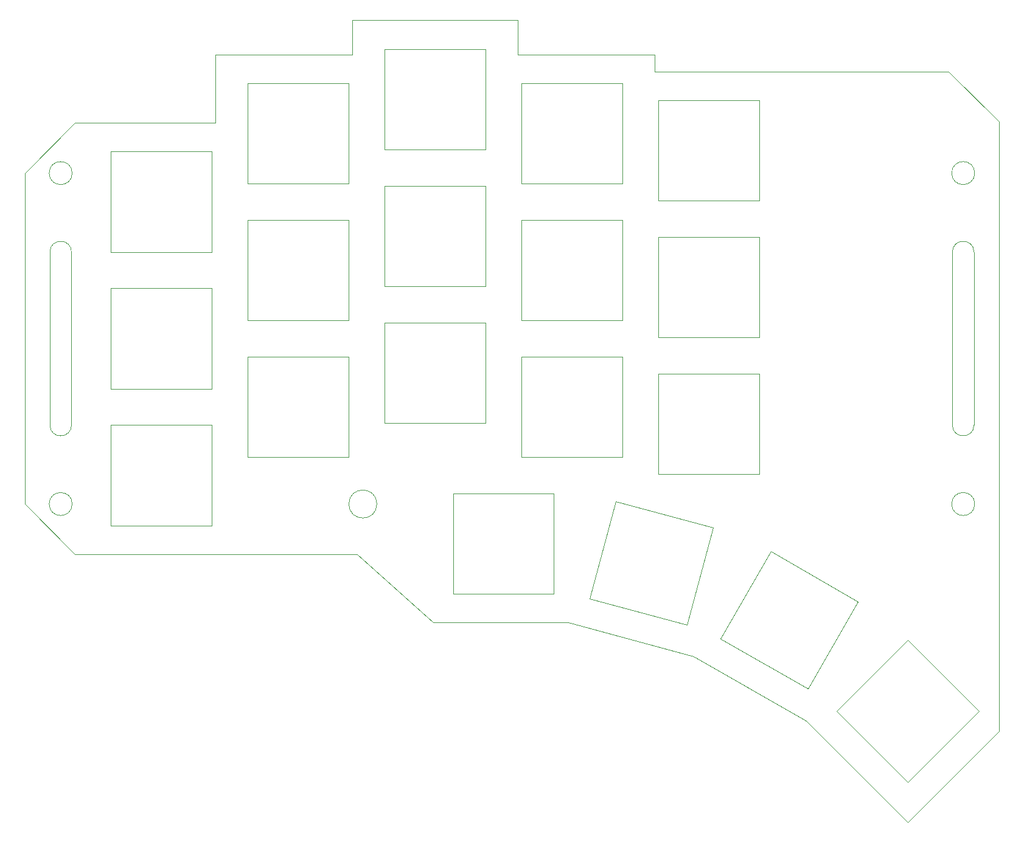
<source format=gbr>
%TF.GenerationSoftware,KiCad,Pcbnew,(5.99.0-10697-g71f40bd67c)*%
%TF.CreationDate,2021-06-16T08:39:26+02:00*%
%TF.ProjectId,switchplate,73776974-6368-4706-9c61-74652e6b6963,rev?*%
%TF.SameCoordinates,Original*%
%TF.FileFunction,Profile,NP*%
%FSLAX46Y46*%
G04 Gerber Fmt 4.6, Leading zero omitted, Abs format (unit mm)*
G04 Created by KiCad (PCBNEW (5.99.0-10697-g71f40bd67c)) date 2021-06-16 08:39:26*
%MOMM*%
%LPD*%
G01*
G04 APERTURE LIST*
%TA.AperFunction,Profile*%
%ADD10C,0.100000*%
%TD*%
G04 APERTURE END LIST*
D10*
X201040827Y-73287500D02*
X201040827Y-97388300D01*
X204040827Y-73287500D02*
X204040827Y-97388300D01*
X75450700Y-73287500D02*
X75450700Y-97388300D01*
X78450699Y-73287500D02*
X78450699Y-97388300D01*
X71950700Y-108387500D02*
X78950699Y-115387500D01*
X78950699Y-55288300D02*
X71950700Y-62288300D01*
X71950700Y-62288300D02*
X71950700Y-108387500D01*
X207540827Y-55144500D02*
X200540827Y-48144500D01*
X207540827Y-140034858D02*
X207540827Y-55144500D01*
X207540827Y-140034858D02*
X194813333Y-152762569D01*
X194813333Y-152762569D02*
X180654641Y-138604121D01*
X180654641Y-138604121D02*
X165025464Y-129581636D01*
X165025464Y-129581636D02*
X147604108Y-124912700D01*
X147604108Y-124912700D02*
X128807804Y-124912700D01*
X118232104Y-115387500D02*
X128807804Y-124912700D01*
X78950699Y-115387500D02*
X118232104Y-115387500D01*
X98475350Y-55288300D02*
X78950699Y-55288300D01*
X98475350Y-55288300D02*
X98475350Y-45763200D01*
X98475350Y-45763200D02*
X117525350Y-45763200D01*
X117525350Y-45763200D02*
X117525350Y-41001200D01*
X117525350Y-41001200D02*
X140575350Y-41001200D01*
X122050700Y-59000000D02*
X122050700Y-45001200D01*
X136050000Y-59000000D02*
X122050700Y-59000000D01*
X136050000Y-45001200D02*
X136050000Y-59000000D01*
X122050700Y-45001200D02*
X136050000Y-45001200D01*
X103000700Y-63762500D02*
X103000700Y-49763200D01*
X117000000Y-63762500D02*
X103000700Y-63762500D01*
X117000000Y-49763200D02*
X117000000Y-63762500D01*
X103000700Y-49763200D02*
X117000000Y-49763200D01*
X141100700Y-63762500D02*
X141100700Y-49763200D01*
X155100000Y-63762500D02*
X141100700Y-63762500D01*
X155100000Y-49763200D02*
X155100000Y-63762500D01*
X141100700Y-49763200D02*
X155100000Y-49763200D01*
X160150700Y-66143800D02*
X160150700Y-52144500D01*
X174150000Y-66143800D02*
X160150700Y-66143800D01*
X174150000Y-52144500D02*
X174150000Y-66143800D01*
X160150700Y-52144500D02*
X174150000Y-52144500D01*
X83950700Y-73287500D02*
X83950700Y-59288300D01*
X97950000Y-73287500D02*
X83950700Y-73287500D01*
X97950000Y-59288300D02*
X97950000Y-73287500D01*
X83950700Y-59288300D02*
X97950000Y-59288300D01*
X122050700Y-78050000D02*
X122050700Y-64050800D01*
X136050000Y-78050000D02*
X122050700Y-78050000D01*
X136050000Y-64050800D02*
X136050000Y-78050000D01*
X122050700Y-64050800D02*
X136050000Y-64050800D01*
X103000700Y-82812500D02*
X103000700Y-68813300D01*
X117000000Y-82812500D02*
X103000700Y-82812500D01*
X117000000Y-68813300D02*
X117000000Y-82812500D01*
X103000700Y-68813300D02*
X117000000Y-68813300D01*
X141100700Y-82812500D02*
X141100700Y-68813300D01*
X155100000Y-82812500D02*
X141100700Y-82812500D01*
X155100000Y-68813300D02*
X155100000Y-82812500D01*
X141100700Y-68813300D02*
X155100000Y-68813300D01*
X160150700Y-85193801D02*
X160150700Y-71194500D01*
X174150000Y-85193801D02*
X160150700Y-85193801D01*
X174150000Y-71194500D02*
X174150000Y-85193801D01*
X160150700Y-71194500D02*
X174150000Y-71194500D01*
X83950700Y-92337500D02*
X83950700Y-78338300D01*
X97950000Y-92337500D02*
X83950700Y-92337500D01*
X97950000Y-78338300D02*
X97950000Y-92337500D01*
X83950700Y-78338300D02*
X97950000Y-78338300D01*
X122050700Y-97100000D02*
X122050700Y-83100800D01*
X136050000Y-97100000D02*
X122050700Y-97100000D01*
X136050000Y-83100800D02*
X136050000Y-97100000D01*
X122050700Y-83100800D02*
X136050000Y-83100800D01*
X103000700Y-101862500D02*
X103000700Y-87863300D01*
X117000000Y-101862500D02*
X103000700Y-101862500D01*
X117000000Y-87863300D02*
X117000000Y-101862500D01*
X103000700Y-87863300D02*
X117000000Y-87863300D01*
X141100700Y-101862500D02*
X141100700Y-87863300D01*
X155100000Y-101862500D02*
X141100700Y-101862500D01*
X155100000Y-87863300D02*
X155100000Y-101862500D01*
X141100700Y-87863300D02*
X155100000Y-87863300D01*
X160150700Y-104243800D02*
X160150700Y-90244500D01*
X174150000Y-104243800D02*
X160150700Y-104243800D01*
X174150000Y-90244500D02*
X174150000Y-104243800D01*
X160150700Y-90244500D02*
X174150000Y-90244500D01*
X83950700Y-111387500D02*
X83950700Y-97388300D01*
X97950000Y-111387500D02*
X83950700Y-111387500D01*
X97950000Y-97388300D02*
X97950000Y-111387500D01*
X83950700Y-97388300D02*
X97950000Y-97388300D01*
X131575700Y-120912700D02*
X131575700Y-106913300D01*
X145575000Y-120912700D02*
X131575700Y-120912700D01*
X145575000Y-106913300D02*
X145575000Y-120912700D01*
X131575700Y-106913300D02*
X145575000Y-106913300D01*
X154210103Y-108048487D02*
X150586134Y-121570727D01*
X167734086Y-111672924D02*
X154210103Y-108048487D01*
X164110117Y-125195164D02*
X167734086Y-111672924D01*
X150586134Y-121570727D02*
X164110117Y-125195164D01*
X175778456Y-115005510D02*
X168779206Y-127129943D01*
X187903249Y-122004967D02*
X175778456Y-115005510D01*
X180904000Y-134129401D02*
X187903249Y-122004967D01*
X168779206Y-127129943D02*
X180904000Y-134129401D01*
X194813115Y-127307315D02*
X184914000Y-137206600D01*
X204712400Y-137206431D02*
X194813115Y-127307315D01*
X194813285Y-147105716D02*
X204712400Y-137206431D01*
X184914000Y-137206600D02*
X194813285Y-147105716D01*
X140575350Y-45763200D02*
X140575350Y-41001200D01*
X159625350Y-45763200D02*
X140575350Y-45763200D01*
X159625350Y-48144500D02*
X159625350Y-45763200D01*
X200540827Y-48144500D02*
X159625350Y-48144500D01*
X204040827Y-97388300D02*
G75*
G02*
X201040827Y-97388300I-1500000J0D01*
G01*
X201040827Y-73287500D02*
G75*
G02*
X204040827Y-73287500I1500000J0D01*
G01*
X78450701Y-97388300D02*
G75*
G02*
X75450699Y-97388300I-1500001J0D01*
G01*
X75450700Y-73287500D02*
G75*
G02*
X78450700Y-73287500I1500000J0D01*
G01*
X120948326Y-108387500D02*
G75*
G03*
X120948326Y-108387500I-1948326J0D01*
G01*
X204140827Y-108387500D02*
G75*
G03*
X204140827Y-108387500I-1600000J0D01*
G01*
X204140827Y-62288300D02*
G75*
G03*
X204140827Y-62288300I-1600000J0D01*
G01*
X78550700Y-62288300D02*
G75*
G03*
X78550700Y-62288300I-1600000J0D01*
G01*
X78550700Y-108387500D02*
G75*
G03*
X78550700Y-108387500I-1600000J0D01*
G01*
M02*

</source>
